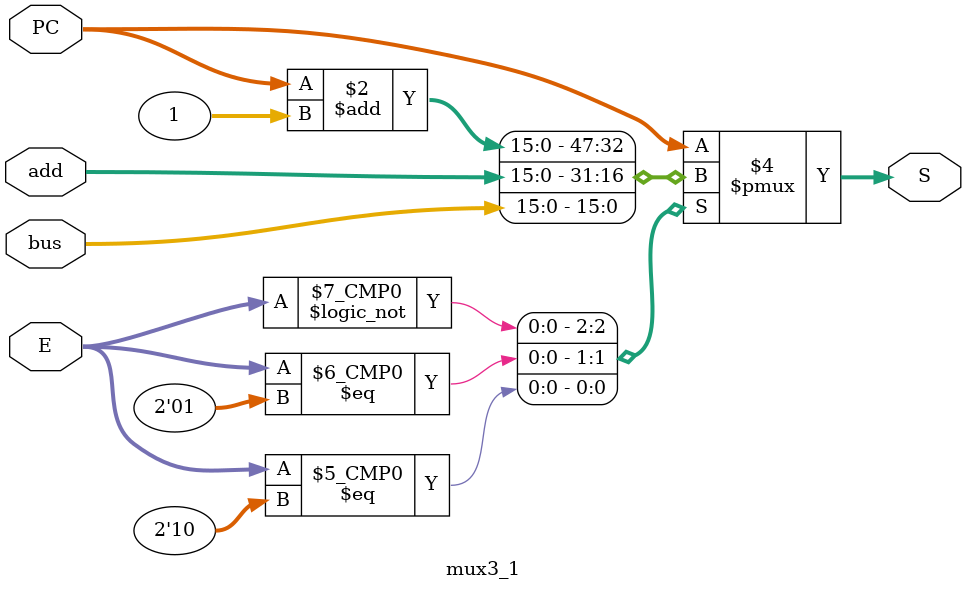
<source format=sv>
module mux3_1(input logic [15:0] PC,
	   input logic [15:0] bus,
		input logic [15:0] add,
	   input logic [1:0] E,
	   output logic [15:0] S 
	   );
	always_comb	
	
	begin
   case(E)
   2'b00: S = PC + 1;
	2'b01: S = add;
	2'b10: S = bus;
	default : S = PC;
   endcase
	end
endmodule
</source>
